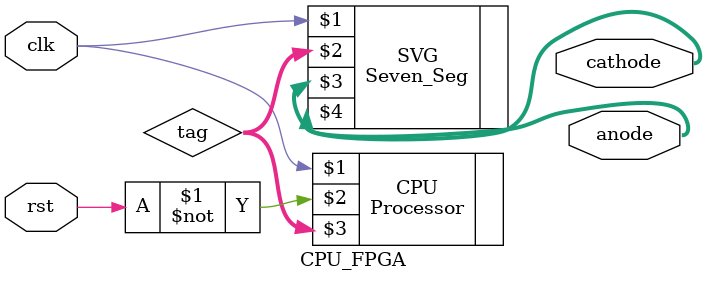
<source format=v>
`timescale 1ns / 1ps

module CPU_FPGA(
    input rst, 
    input clk,
    output wire [6:0] cathode,
    output wire [7:0] anode
);
    
    wire [31:0] tag;
    
    Processor CPU (clk, ~rst, tag);
    
    Seven_Seg SVG (clk, tag, cathode, anode);
    
endmodule
</source>
